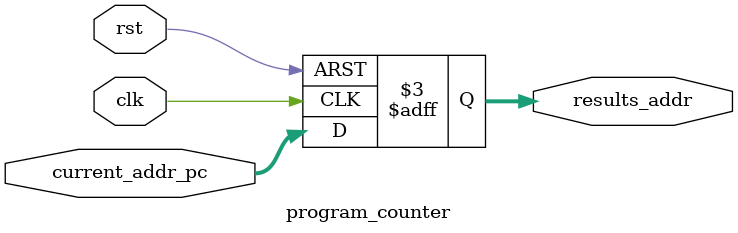
<source format=v>
module program_counter (
    current_addr_pc,results_addr, clk,rst
);
input   [31:0] current_addr_pc;
input clk, rst;
output reg [31:0]results_addr;  //cannot use current_addr as a output.
// always @(posedge clk or posedge rst) begin
always @(posedge clk or negedge rst) begin

    if (~rst) begin
      results_addr<=0; // reset.
    end
    else begin
        results_addr <=current_addr_pc; //output the instruction address.
    end
end

endmodule //program_counter

</source>
